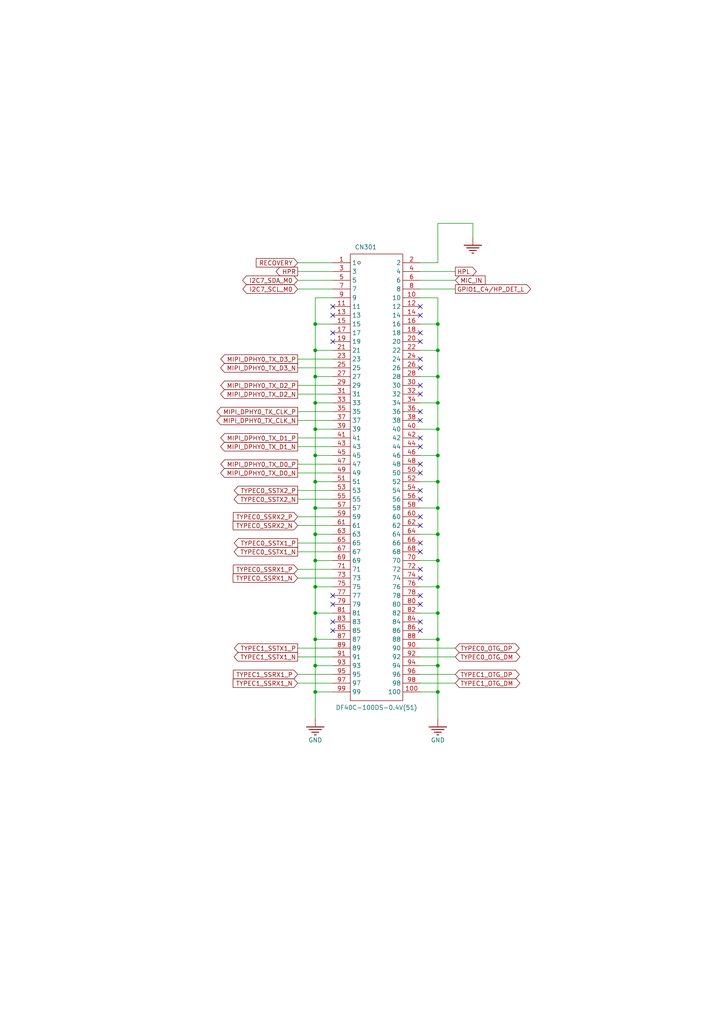
<source format=kicad_sch>
(kicad_sch (version 20250114) (generator "eeschema") (generator_version "9.0")
  (paper "A4" portrait)
  (lib_symbols
    (symbol "mainboard:DF40C-100DS-0.4V(51)"
      (symbol "DF40C-100DS-0.4V(51)_1_0"
        (rectangle (start -7.62 63.5) (end 7.62 -66.04))
        (circle (center -5.08 60.96) (radius 0.381))
        (pin input line (at -12.7 60.96 0) (length 5.08) (name "1") (number "1"))
        (pin input line (at -12.7 58.42 0) (length 5.08) (name "3") (number "3"))
        (pin input line (at -12.7 55.88 0) (length 5.08) (name "5") (number "5"))
        (pin input line (at -12.7 53.34 0) (length 5.08) (name "7") (number "7"))
        (pin input line (at -12.7 50.8 0) (length 5.08) (name "9") (number "9"))
        (pin input line (at -12.7 48.26 0) (length 5.08) (name "11") (number "11"))
        (pin input line (at -12.7 45.72 0) (length 5.08) (name "13") (number "13"))
        (pin input line (at -12.7 43.18 0) (length 5.08) (name "15") (number "15"))
        (pin input line (at -12.7 40.64 0) (length 5.08) (name "17") (number "17"))
        (pin input line (at -12.7 38.1 0) (length 5.08) (name "19") (number "19"))
        (pin input line (at -12.7 35.56 0) (length 5.08) (name "21") (number "21"))
        (pin input line (at -12.7 33.02 0) (length 5.08) (name "23") (number "23"))
        (pin input line (at -12.7 30.48 0) (length 5.08) (name "25") (number "25"))
        (pin input line (at -12.7 27.94 0) (length 5.08) (name "27") (number "27"))
        (pin input line (at -12.7 25.4 0) (length 5.08) (name "29") (number "29"))
        (pin input line (at -12.7 22.86 0) (length 5.08) (name "31") (number "31"))
        (pin input line (at -12.7 20.32 0) (length 5.08) (name "33") (number "33"))
        (pin input line (at -12.7 17.78 0) (length 5.08) (name "35") (number "35"))
        (pin input line (at -12.7 15.24 0) (length 5.08) (name "37") (number "37"))
        (pin input line (at -12.7 12.7 0) (length 5.08) (name "39") (number "39"))
        (pin input line (at -12.7 10.16 0) (length 5.08) (name "41") (number "41"))
        (pin input line (at -12.7 7.62 0) (length 5.08) (name "43") (number "43"))
        (pin input line (at -12.7 5.08 0) (length 5.08) (name "45") (number "45"))
        (pin input line (at -12.7 2.54 0) (length 5.08) (name "47") (number "47"))
        (pin input line (at -12.7 0 0) (length 5.08) (name "49") (number "49"))
        (pin input line (at -12.7 -2.54 0) (length 5.08) (name "51") (number "51"))
        (pin input line (at -12.7 -5.08 0) (length 5.08) (name "53") (number "53"))
        (pin input line (at -12.7 -7.62 0) (length 5.08) (name "55") (number "55"))
        (pin input line (at -12.7 -10.16 0) (length 5.08) (name "57") (number "57"))
        (pin input line (at -12.7 -12.7 0) (length 5.08) (name "59") (number "59"))
        (pin input line (at -12.7 -15.24 0) (length 5.08) (name "61") (number "61"))
        (pin input line (at -12.7 -17.78 0) (length 5.08) (name "63") (number "63"))
        (pin input line (at -12.7 -20.32 0) (length 5.08) (name "65") (number "65"))
        (pin input line (at -12.7 -22.86 0) (length 5.08) (name "67") (number "67"))
        (pin input line (at -12.7 -25.4 0) (length 5.08) (name "69") (number "69"))
        (pin input line (at -12.7 -27.94 0) (length 5.08) (name "71") (number "71"))
        (pin input line (at -12.7 -30.48 0) (length 5.08) (name "73") (number "73"))
        (pin input line (at -12.7 -33.02 0) (length 5.08) (name "75") (number "75"))
        (pin input line (at -12.7 -35.56 0) (length 5.08) (name "77") (number "77"))
        (pin input line (at -12.7 -38.1 0) (length 5.08) (name "79") (number "79"))
        (pin input line (at -12.7 -40.64 0) (length 5.08) (name "81") (number "81"))
        (pin input line (at -12.7 -43.18 0) (length 5.08) (name "83") (number "83"))
        (pin input line (at -12.7 -45.72 0) (length 5.08) (name "85") (number "85"))
        (pin input line (at -12.7 -48.26 0) (length 5.08) (name "87") (number "87"))
        (pin input line (at -12.7 -50.8 0) (length 5.08) (name "89") (number "89"))
        (pin input line (at -12.7 -53.34 0) (length 5.08) (name "91") (number "91"))
        (pin input line (at -12.7 -55.88 0) (length 5.08) (name "93") (number "93"))
        (pin input line (at -12.7 -58.42 0) (length 5.08) (name "95") (number "95"))
        (pin input line (at -12.7 -60.96 0) (length 5.08) (name "97") (number "97"))
        (pin input line (at -12.7 -63.5 0) (length 5.08) (name "99") (number "99"))
        (pin input line (at 12.7 60.96 180) (length 5.08) (name "2") (number "2"))
        (pin input line (at 12.7 58.42 180) (length 5.08) (name "4") (number "4"))
        (pin input line (at 12.7 55.88 180) (length 5.08) (name "6") (number "6"))
        (pin input line (at 12.7 53.34 180) (length 5.08) (name "8") (number "8"))
        (pin input line (at 12.7 50.8 180) (length 5.08) (name "10") (number "10"))
        (pin input line (at 12.7 48.26 180) (length 5.08) (name "12") (number "12"))
        (pin input line (at 12.7 45.72 180) (length 5.08) (name "14") (number "14"))
        (pin input line (at 12.7 43.18 180) (length 5.08) (name "16") (number "16"))
        (pin input line (at 12.7 40.64 180) (length 5.08) (name "18") (number "18"))
        (pin input line (at 12.7 38.1 180) (length 5.08) (name "20") (number "20"))
        (pin input line (at 12.7 35.56 180) (length 5.08) (name "22") (number "22"))
        (pin input line (at 12.7 33.02 180) (length 5.08) (name "24") (number "24"))
        (pin input line (at 12.7 30.48 180) (length 5.08) (name "26") (number "26"))
        (pin input line (at 12.7 27.94 180) (length 5.08) (name "28") (number "28"))
        (pin input line (at 12.7 25.4 180) (length 5.08) (name "30") (number "30"))
        (pin input line (at 12.7 22.86 180) (length 5.08) (name "32") (number "32"))
        (pin input line (at 12.7 20.32 180) (length 5.08) (name "34") (number "34"))
        (pin input line (at 12.7 17.78 180) (length 5.08) (name "36") (number "36"))
        (pin input line (at 12.7 15.24 180) (length 5.08) (name "38") (number "38"))
        (pin input line (at 12.7 12.7 180) (length 5.08) (name "40") (number "40"))
        (pin input line (at 12.7 10.16 180) (length 5.08) (name "42") (number "42"))
        (pin input line (at 12.7 7.62 180) (length 5.08) (name "44") (number "44"))
        (pin input line (at 12.7 5.08 180) (length 5.08) (name "46") (number "46"))
        (pin input line (at 12.7 2.54 180) (length 5.08) (name "48") (number "48"))
        (pin input line (at 12.7 0 180) (length 5.08) (name "50") (number "50"))
        (pin input line (at 12.7 -2.54 180) (length 5.08) (name "52") (number "52"))
        (pin input line (at 12.7 -5.08 180) (length 5.08) (name "54") (number "54"))
        (pin input line (at 12.7 -7.62 180) (length 5.08) (name "56") (number "56"))
        (pin input line (at 12.7 -10.16 180) (length 5.08) (name "58") (number "58"))
        (pin input line (at 12.7 -12.7 180) (length 5.08) (name "60") (number "60"))
        (pin input line (at 12.7 -15.24 180) (length 5.08) (name "62") (number "62"))
        (pin input line (at 12.7 -17.78 180) (length 5.08) (name "64") (number "64"))
        (pin input line (at 12.7 -20.32 180) (length 5.08) (name "66") (number "66"))
        (pin input line (at 12.7 -22.86 180) (length 5.08) (name "68") (number "68"))
        (pin input line (at 12.7 -25.4 180) (length 5.08) (name "70") (number "70"))
        (pin input line (at 12.7 -27.94 180) (length 5.08) (name "72") (number "72"))
        (pin input line (at 12.7 -30.48 180) (length 5.08) (name "74") (number "74"))
        (pin input line (at 12.7 -33.02 180) (length 5.08) (name "76") (number "76"))
        (pin input line (at 12.7 -35.56 180) (length 5.08) (name "78") (number "78"))
        (pin input line (at 12.7 -38.1 180) (length 5.08) (name "80") (number "80"))
        (pin input line (at 12.7 -40.64 180) (length 5.08) (name "82") (number "82"))
        (pin input line (at 12.7 -43.18 180) (length 5.08) (name "84") (number "84"))
        (pin input line (at 12.7 -45.72 180) (length 5.08) (name "86") (number "86"))
        (pin input line (at 12.7 -48.26 180) (length 5.08) (name "88") (number "88"))
        (pin input line (at 12.7 -50.8 180) (length 5.08) (name "90") (number "90"))
        (pin input line (at 12.7 -53.34 180) (length 5.08) (name "92") (number "92"))
        (pin input line (at 12.7 -55.88 180) (length 5.08) (name "94") (number "94"))
        (pin input line (at 12.7 -58.42 180) (length 5.08) (name "96") (number "96"))
        (pin input line (at 12.7 -60.96 180) (length 5.08) (name "98") (number "98"))
        (pin input line (at 12.7 -63.5 180) (length 5.08) (name "100") (number "100"))
      )
    )
    (symbol "mainboard:Ground-GND" (power) (pin_numbers (hide yes)) (pin_names (hide yes))
      (property "Value" "GND" (at 0 -6.35 0))
      (symbol "Ground-GND_1_0"
        (polyline (pts (xy -2.54 -2.54) (xy 2.54 -2.54)) (stroke (width 0.254)))
        (polyline (pts (xy -1.778 -3.302) (xy 1.778 -3.302)) (stroke (width 0.254)))
        (polyline (pts (xy -1.016 -4.064) (xy 1.016 -4.064)) (stroke (width 0.254)))
        (polyline (pts (xy -0.254 -4.826) (xy 0.254 -4.826)) (stroke (width 0.254)))
        (pin power_in line (at 0 0 270) (length 2.54) (name "") (number "1"))
      )
    )
  )
  (junction (at 127 124.46))
  (junction (at 91.44 154.94))
  (junction (at 127 139.7))
  (junction (at 127 193.04))
  (junction (at 127 109.22))
  (junction (at 91.44 101.6))
  (junction (at 91.44 193.04))
  (junction (at 91.44 139.7))
  (junction (at 91.44 93.98))
  (junction (at 127 154.94))
  (junction (at 127 101.6))
  (junction (at 91.44 200.66))
  (junction (at 91.44 170.18))
  (junction (at 127 147.32))
  (junction (at 127 116.84))
  (junction (at 127 177.8))
  (junction (at 91.44 162.56))
  (junction (at 127 185.42))
  (junction (at 91.44 116.84))
  (junction (at 127 200.66))
  (junction (at 127 93.98))
  (junction (at 127 132.08))
  (junction (at 91.44 132.08))
  (junction (at 127 170.18))
  (junction (at 91.44 109.22))
  (junction (at 127 162.56))
  (junction (at 91.44 147.32))
  (junction (at 91.44 185.42))
  (junction (at 91.44 124.46))
  (junction (at 91.44 177.8))
  (no_connect (at 121.92 91.44))
  (no_connect (at 96.52 180.34))
  (no_connect (at 121.92 180.34))
  (no_connect (at 121.92 106.68))
  (no_connect (at 121.92 88.9))
  (no_connect (at 121.92 114.3))
  (no_connect (at 121.92 134.62))
  (no_connect (at 121.92 144.78))
  (no_connect (at 121.92 172.72))
  (no_connect (at 121.92 142.24))
  (no_connect (at 96.52 182.88))
  (no_connect (at 96.52 91.44))
  (no_connect (at 121.92 137.16))
  (no_connect (at 96.52 175.26))
  (no_connect (at 96.52 99.06))
  (no_connect (at 121.92 167.64))
  (no_connect (at 121.92 121.92))
  (no_connect (at 121.92 129.54))
  (no_connect (at 121.92 157.48))
  (no_connect (at 121.92 165.1))
  (no_connect (at 121.92 152.4))
  (no_connect (at 121.92 182.88))
  (no_connect (at 121.92 127))
  (no_connect (at 121.92 111.76))
  (no_connect (at 121.92 149.86))
  (no_connect (at 121.92 104.14))
  (no_connect (at 96.52 88.9))
  (no_connect (at 121.92 175.26))
  (no_connect (at 96.52 172.72))
  (no_connect (at 121.92 99.06))
  (no_connect (at 121.92 96.52))
  (no_connect (at 121.92 119.38))
  (no_connect (at 121.92 160.02))
  (no_connect (at 96.52 96.52))
  (wire (pts (xy 91.44 177.8) (xy 91.44 170.18)))
  (wire (pts (xy 91.44 185.42) (xy 96.52 185.42)))
  (wire (pts (xy 91.44 101.6) (xy 96.52 101.6)))
  (wire (pts (xy 127 208.28) (xy 127 200.66)))
  (wire (pts (xy 121.92 198.12) (xy 132.08 198.12)))
  (wire (pts (xy 127 154.94) (xy 127 147.32)))
  (wire (pts (xy 127 124.46) (xy 127 116.84)))
  (wire (pts (xy 121.92 81.28) (xy 132.08 81.28)))
  (wire (pts (xy 121.92 76.2) (xy 127 76.2)))
  (wire (pts (xy 121.92 195.58) (xy 132.08 195.58)))
  (wire (pts (xy 96.52 152.4) (xy 86.36 152.4)))
  (wire (pts (xy 91.44 116.84) (xy 96.52 116.84)))
  (wire (pts (xy 96.52 137.16) (xy 86.36 137.16)))
  (wire (pts (xy 91.44 193.04) (xy 96.52 193.04)))
  (wire (pts (xy 127 177.8) (xy 127 170.18)))
  (wire (pts (xy 91.44 154.94) (xy 91.44 147.32)))
  (wire (pts (xy 96.52 114.3) (xy 86.36 114.3)))
  (wire (pts (xy 96.52 160.02) (xy 86.36 160.02)))
  (wire (pts (xy 96.52 144.78) (xy 86.36 144.78)))
  (wire (pts (xy 91.44 109.22) (xy 91.44 101.6)))
  (wire (pts (xy 127 109.22) (xy 127 101.6)))
  (wire (pts (xy 127 193.04) (xy 121.92 193.04)))
  (wire (pts (xy 127 185.42) (xy 121.92 185.42)))
  (wire (pts (xy 121.92 187.96) (xy 132.08 187.96)))
  (wire (pts (xy 91.44 124.46) (xy 91.44 116.84)))
  (wire (pts (xy 96.52 111.76) (xy 86.36 111.76)))
  (wire (pts (xy 127 132.08) (xy 127 124.46)))
  (wire (pts (xy 127 76.2) (xy 127 64.77)))
  (wire (pts (xy 127 185.42) (xy 127 177.8)))
  (wire (pts (xy 96.52 157.48) (xy 86.36 157.48)))
  (wire (pts (xy 96.52 142.24) (xy 86.36 142.24)))
  (wire (pts (xy 127 147.32) (xy 121.92 147.32)))
  (wire (pts (xy 91.44 86.36) (xy 96.52 86.36)))
  (wire (pts (xy 96.52 106.68) (xy 86.36 106.68)))
  (wire (pts (xy 96.52 121.92) (xy 86.36 121.92)))
  (wire (pts (xy 96.52 165.1) (xy 86.36 165.1)))
  (wire (pts (xy 91.44 124.46) (xy 96.52 124.46)))
  (wire (pts (xy 127 170.18) (xy 121.92 170.18)))
  (wire (pts (xy 127 162.56) (xy 121.92 162.56)))
  (wire (pts (xy 127 139.7) (xy 121.92 139.7)))
  (wire (pts (xy 121.92 78.74) (xy 132.08 78.74)))
  (wire (pts (xy 96.52 190.5) (xy 86.36 190.5)))
  (wire (pts (xy 96.52 76.2) (xy 86.36 76.2)))
  (wire (pts (xy 91.44 200.66) (xy 91.44 193.04)))
  (wire (pts (xy 96.52 78.74) (xy 86.36 78.74)))
  (wire (pts (xy 96.52 129.54) (xy 86.36 129.54)))
  (wire (pts (xy 96.52 119.38) (xy 86.36 119.38)))
  (wire (pts (xy 91.44 170.18) (xy 91.44 162.56)))
  (wire (pts (xy 96.52 127) (xy 86.36 127)))
  (wire (pts (xy 91.44 208.28) (xy 91.44 200.66)))
  (wire (pts (xy 96.52 198.12) (xy 86.36 198.12)))
  (wire (pts (xy 127 109.22) (xy 121.92 109.22)))
  (wire (pts (xy 91.44 200.66) (xy 96.52 200.66)))
  (wire (pts (xy 91.44 147.32) (xy 96.52 147.32)))
  (wire (pts (xy 127 147.32) (xy 127 139.7)))
  (wire (pts (xy 127 200.66) (xy 127 193.04)))
  (wire (pts (xy 96.52 149.86) (xy 86.36 149.86)))
  (wire (pts (xy 91.44 93.98) (xy 91.44 86.36)))
  (wire (pts (xy 127 170.18) (xy 127 162.56)))
  (wire (pts (xy 127 101.6) (xy 121.92 101.6)))
  (wire (pts (xy 127 177.8) (xy 121.92 177.8)))
  (wire (pts (xy 91.44 93.98) (xy 96.52 93.98)))
  (wire (pts (xy 91.44 132.08) (xy 96.52 132.08)))
  (wire (pts (xy 91.44 101.6) (xy 91.44 93.98)))
  (wire (pts (xy 91.44 170.18) (xy 96.52 170.18)))
  (wire (pts (xy 127 132.08) (xy 121.92 132.08)))
  (wire (pts (xy 121.92 190.5) (xy 132.08 190.5)))
  (wire (pts (xy 127 193.04) (xy 127 185.42)))
  (wire (pts (xy 91.44 154.94) (xy 96.52 154.94)))
  (wire (pts (xy 96.52 195.58) (xy 86.36 195.58)))
  (wire (pts (xy 127 200.66) (xy 121.92 200.66)))
  (wire (pts (xy 96.52 81.28) (xy 86.36 81.28)))
  (wire (pts (xy 121.92 83.82) (xy 132.08 83.82)))
  (wire (pts (xy 91.44 162.56) (xy 91.44 154.94)))
  (wire (pts (xy 127 86.36) (xy 121.92 86.36)))
  (wire (pts (xy 91.44 162.56) (xy 96.52 162.56)))
  (wire (pts (xy 91.44 139.7) (xy 91.44 132.08)))
  (wire (pts (xy 96.52 134.62) (xy 86.36 134.62)))
  (wire (pts (xy 137.16 64.77) (xy 127 64.77)))
  (wire (pts (xy 127 93.98) (xy 127 86.36)))
  (wire (pts (xy 91.44 185.42) (xy 91.44 177.8)))
  (wire (pts (xy 91.44 193.04) (xy 91.44 185.42)))
  (wire (pts (xy 96.52 83.82) (xy 86.36 83.82)))
  (wire (pts (xy 127 162.56) (xy 127 154.94)))
  (wire (pts (xy 127 93.98) (xy 121.92 93.98)))
  (wire (pts (xy 127 124.46) (xy 121.92 124.46)))
  (wire (pts (xy 96.52 167.64) (xy 86.36 167.64)))
  (wire (pts (xy 127 154.94) (xy 121.92 154.94)))
  (wire (pts (xy 127 139.7) (xy 127 132.08)))
  (wire (pts (xy 127 116.84) (xy 127 109.22)))
  (wire (pts (xy 91.44 132.08) (xy 91.44 124.46)))
  (wire (pts (xy 137.16 64.77) (xy 137.16 68.58)))
  (wire (pts (xy 91.44 147.32) (xy 91.44 139.7)))
  (wire (pts (xy 91.44 177.8) (xy 96.52 177.8)))
  (wire (pts (xy 91.44 109.22) (xy 96.52 109.22)))
  (wire (pts (xy 96.52 104.14) (xy 86.36 104.14)))
  (wire (pts (xy 91.44 139.7) (xy 96.52 139.7)))
  (wire (pts (xy 91.44 116.84) (xy 91.44 109.22)))
  (wire (pts (xy 127 116.84) (xy 121.92 116.84)))
  (wire (pts (xy 96.52 187.96) (xy 86.36 187.96)))
  (wire (pts (xy 127 101.6) (xy 127 93.98)))
  (global_label "I2C7_SDA_M0" (shape bidirectional) (at 86.36 81.28 180) (property "Intersheetrefs" "${INTERSHEET_REFS}" (effects (hide yes))))
  (global_label "TYPEC0_OTG_DP" (shape bidirectional) (at 132.08 187.96 0) (property "Intersheetrefs" "${INTERSHEET_REFS}" (effects (hide yes))))
  (global_label "MIPI_DPHY0_TX_D3_P" (shape output) (at 86.36 104.14 180) (property "Intersheetrefs" "${INTERSHEET_REFS}" (effects (hide yes))))
  (global_label "MIPI_DPHY0_TX_CLK_P" (shape output) (at 86.36 119.38 180) (property "Intersheetrefs" "${INTERSHEET_REFS}" (effects (hide yes))))
  (global_label "TYPEC1_SSRX1_N" (shape input) (at 86.36 198.12 180) (property "Intersheetrefs" "${INTERSHEET_REFS}" (effects (hide yes))))
  (global_label "HPR" (shape output) (at 86.36 78.74 180) (property "Intersheetrefs" "${INTERSHEET_REFS}" (effects (hide yes))))
  (global_label "TYPEC0_SSRX1_P" (shape input) (at 86.36 165.1 180) (property "Intersheetrefs" "${INTERSHEET_REFS}" (effects (hide yes))))
  (global_label "RECOVERY" (shape input) (at 86.36 76.2 180) (property "Intersheetrefs" "${INTERSHEET_REFS}" (effects (hide yes))))
  (global_label "MIPI_DPHY0_TX_CLK_N" (shape output) (at 86.36 121.92 180) (property "Intersheetrefs" "${INTERSHEET_REFS}" (effects (hide yes))))
  (global_label "MIPI_DPHY0_TX_D3_N" (shape output) (at 86.36 106.68 180) (property "Intersheetrefs" "${INTERSHEET_REFS}" (effects (hide yes))))
  (global_label "TYPEC1_OTG_DM" (shape bidirectional) (at 132.08 198.12 0) (property "Intersheetrefs" "${INTERSHEET_REFS}" (effects (hide yes))))
  (global_label "I2C7_SCL_M0" (shape bidirectional) (at 86.36 83.82 180) (property "Intersheetrefs" "${INTERSHEET_REFS}" (effects (hide yes))))
  (global_label "MIPI_DPHY0_TX_D1_N" (shape output) (at 86.36 129.54 180) (property "Intersheetrefs" "${INTERSHEET_REFS}" (effects (hide yes))))
  (global_label "TYPEC0_SSTX2_N" (shape output) (at 86.36 144.78 180) (property "Intersheetrefs" "${INTERSHEET_REFS}" (effects (hide yes))))
  (global_label "MIPI_DPHY0_TX_D1_P" (shape output) (at 86.36 127 180) (property "Intersheetrefs" "${INTERSHEET_REFS}" (effects (hide yes))))
  (global_label "TYPEC1_OTG_DP" (shape bidirectional) (at 132.08 195.58 0) (property "Intersheetrefs" "${INTERSHEET_REFS}" (effects (hide yes))))
  (global_label "MIPI_DPHY0_TX_D0_P" (shape output) (at 86.36 134.62 180) (property "Intersheetrefs" "${INTERSHEET_REFS}" (effects (hide yes))))
  (global_label "TYPEC0_SSRX2_N" (shape input) (at 86.36 152.4 180) (property "Intersheetrefs" "${INTERSHEET_REFS}" (effects (hide yes))))
  (global_label "MIPI_DPHY0_TX_D0_N" (shape output) (at 86.36 137.16 180) (property "Intersheetrefs" "${INTERSHEET_REFS}" (effects (hide yes))))
  (global_label "TYPEC0_OTG_DM" (shape bidirectional) (at 132.08 190.5 0) (property "Intersheetrefs" "${INTERSHEET_REFS}" (effects (hide yes))))
  (global_label "HPL" (shape output) (at 132.08 78.74 0) (property "Intersheetrefs" "${INTERSHEET_REFS}" (effects (hide yes))))
  (global_label "TYPEC0_SSTX1_N" (shape output) (at 86.36 160.02 180) (property "Intersheetrefs" "${INTERSHEET_REFS}" (effects (hide yes))))
  (global_label "TYPEC0_SSRX2_P" (shape input) (at 86.36 149.86 180) (property "Intersheetrefs" "${INTERSHEET_REFS}" (effects (hide yes))))
  (global_label "TYPEC0_SSRX1_N" (shape input) (at 86.36 167.64 180) (property "Intersheetrefs" "${INTERSHEET_REFS}" (effects (hide yes))))
  (global_label "TYPEC0_SSTX2_P" (shape output) (at 86.36 142.24 180) (property "Intersheetrefs" "${INTERSHEET_REFS}" (effects (hide yes))))
  (global_label "MIPI_DPHY0_TX_D2_P" (shape output) (at 86.36 111.76 180) (property "Intersheetrefs" "${INTERSHEET_REFS}" (effects (hide yes))))
  (global_label "TYPEC1_SSTX1_N" (shape output) (at 86.36 190.5 180) (property "Intersheetrefs" "${INTERSHEET_REFS}" (effects (hide yes))))
  (global_label "TYPEC0_SSTX1_P" (shape output) (at 86.36 157.48 180) (property "Intersheetrefs" "${INTERSHEET_REFS}" (effects (hide yes))))
  (global_label "MIC_IN" (shape input) (at 132.08 81.28 0) (property "Intersheetrefs" "${INTERSHEET_REFS}" (effects (hide yes))))
  (global_label "GPIO1_C4/HP_DET_L" (shape output) (at 132.08 83.82 0) (property "Intersheetrefs" "${INTERSHEET_REFS}" (effects (hide yes))))
  (global_label "TYPEC1_SSTX1_P" (shape output) (at 86.36 187.96 180) (property "Intersheetrefs" "${INTERSHEET_REFS}" (effects (hide yes))))
  (global_label "TYPEC1_SSRX1_P" (shape input) (at 86.36 195.58 180) (property "Intersheetrefs" "${INTERSHEET_REFS}" (effects (hide yes))))
  (global_label "MIPI_DPHY0_TX_D2_N" (shape output) (at 86.36 114.3 180) (property "Intersheetrefs" "${INTERSHEET_REFS}" (effects (hide yes))))
  (symbol (lib_id "mainboard:Ground-GND") (at 91.44 208.28 0) (unit 1)
    (property "Reference" "#PWR0302" (effects (hide yes)))
    (property "Value" "GND" (at 91.44 214.63 0))
    (property "Footprint" "mainboard:" (effects (hide yes)))
  )
  (symbol (lib_id "mainboard:Ground-GND") (at 127 208.28 0) (unit 1)
    (property "Reference" "#PWR0303" (effects (hide yes)))
    (property "Value" "GND" (at 127 214.63 0))
    (property "Footprint" "mainboard:" (effects (hide yes)))
  )
  (symbol (lib_id "mainboard:DF40C-100DS-0.4V(51)") (at 109.22 137.16 0) (unit 1)
    (property "Reference" "CN301" (at 102.87 72.39 0) (effects (justify left bottom)))
    (property "Value" "DF40C-100DS-0.4V(51)" (at 109.22 204.47 0) (effects (justify top)))
    (property "Footprint" "mainboard:CONN-SMD_DF40C-100DS-0.4V-51" (effects (hide yes)))
    (property "Datasheet" "https://atta.szlcsc.com/upload/public/pdf/source/20200611/C597932_F50447A8BD413549CB06DCD4A9C7496A.pdf" (effects (hide yes)))
    (property "Description" "Number of Pins:- Pitch:0.4mm Gender:Female Mounting Style:Brick nogging Number of Rows:2 Current Rating (Max):300mA Contact Plating:Gold Operating Temperature Range:-35°C~+85°C Operating Temperature Range:-35°C~+85°C" (effects (hide yes)))
    (property "Manufacturer Part" "DF40C-100DS-0.4V(51)" (effects (hide yes)))
    (property "Manufacturer" "HRS(广濑)" (effects (hide yes)))
    (property "Supplier Part" "C597931" (effects (hide yes)))
    (property "Supplier" "LCSC" (effects (hide yes)))
    (property "LCSC Part Name" "间距:0.4mm 母 立贴" (effects (hide yes)))
  )
  (symbol (lib_id "mainboard:Ground-GND") (at 137.16 68.58 0) (unit 1)
    (property "Reference" "#PWR0301" (effects (hide yes)))
    (property "Value" "GND_AUDIO" (effects (hide yes)))
    (property "Footprint" "mainboard:" (effects (hide yes)))
  )
)
</source>
